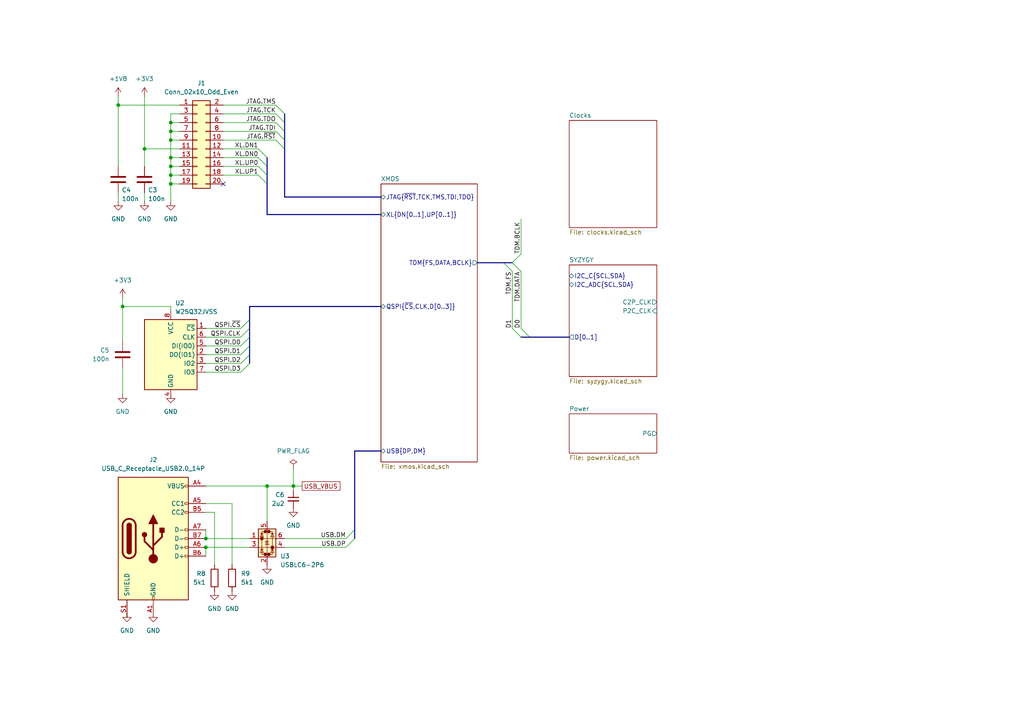
<source format=kicad_sch>
(kicad_sch (version 20231120) (generator "eeschema") (generator_version "8.0")
  (paper "A4")
  (lib_symbols
    (symbol "Connector:USB_C_Receptacle_USB2.0_14P" (pin_names (offset 1.016))
      (property "Reference" "J" (at 0 22.225 0))
      (property "Value" "USB_C_Receptacle_USB2.0_14P" (at 0 19.685 0))
      (symbol "USB_C_Receptacle_USB2.0_14P_0_0"
        (rectangle (start -0.254 -17.78) (end 0.254 -16.764))
        (rectangle (start 10.16 -4.826) (end 9.144 -5.334))
        (rectangle (start 10.16 -2.286) (end 9.144 -2.794))
        (rectangle (start 10.16 0.254) (end 9.144 -0.254))
        (rectangle (start 10.16 2.794) (end 9.144 2.286))
        (rectangle (start 10.16 7.874) (end 9.144 7.366))
        (rectangle (start 10.16 10.414) (end 9.144 9.906))
        (rectangle (start 10.16 15.494) (end 9.144 14.986))
      )
      (symbol "USB_C_Receptacle_USB2.0_14P_0_1"
        (rectangle (start -10.16 17.78) (end 10.16 -17.78) (stroke (width 0.254)) (fill (type background)))
        (arc (start -8.89 -3.81) (mid -6.985 -5.7067) (end -5.08 -3.81) (stroke (width 0.508)))
        (arc (start -7.62 -3.81) (mid -6.985 -4.4423) (end -6.35 -3.81) (stroke (width 0.254)))
        (arc (start -7.62 -3.81) (mid -6.985 -4.4423) (end -6.35 -3.81) (stroke (width 0.254)) (fill (type outline)))
        (rectangle (start -7.62 -3.81) (end -6.35 3.81) (stroke (width 0.254)) (fill (type outline)))
        (arc (start -6.35 3.81) (mid -6.985 4.4423) (end -7.62 3.81) (stroke (width 0.254)))
        (arc (start -6.35 3.81) (mid -6.985 4.4423) (end -7.62 3.81) (stroke (width 0.254)) (fill (type outline)))
        (arc (start -5.08 3.81) (mid -6.985 5.7067) (end -8.89 3.81) (stroke (width 0.508)))
        (circle (center -2.54 1.143) (radius 0.635) (stroke (width 0.254)) (fill (type outline)))
        (circle (center 0 -5.842) (radius 1.27) (fill (type outline)))
        (polyline (pts (xy -8.89 -3.81) (xy -8.89 3.81)) (stroke (width 0.508)))
        (polyline (pts (xy -5.08 3.81) (xy -5.08 -3.81)) (stroke (width 0.508)))
        (polyline (pts (xy 0 -5.842) (xy 0 4.318)) (stroke (width 0.508)))
        (polyline (pts (xy 0 -3.302) (xy -2.54 -0.762) (xy -2.54 0.508)) (stroke (width 0.508)))
        (polyline (pts (xy 0 -2.032) (xy 2.54 0.508) (xy 2.54 1.778)) (stroke (width 0.508)))
        (polyline (pts (xy -1.27 4.318) (xy 0 6.858) (xy 1.27 4.318) (xy -1.27 4.318)) (stroke (width 0.254)) (fill (type outline)))
        (rectangle (start 1.905 1.778) (end 3.175 3.048) (stroke (width 0.254)) (fill (type outline)))
      )
      (symbol "USB_C_Receptacle_USB2.0_14P_1_1"
        (pin passive line (at 0 -22.86 90) (length 5.08) (name "GND") (number "A1"))
        (pin passive line (at 0 -22.86 90) (length 5.08) hide (name "GND") (number "A12"))
        (pin passive line (at 15.24 15.24 180) (length 5.08) (name "VBUS") (number "A4"))
        (pin bidirectional line (at 15.24 10.16 180) (length 5.08) (name "CC1") (number "A5"))
        (pin bidirectional line (at 15.24 -2.54 180) (length 5.08) (name "D+") (number "A6"))
        (pin bidirectional line (at 15.24 2.54 180) (length 5.08) (name "D-") (number "A7"))
        (pin passive line (at 15.24 15.24 180) (length 5.08) hide (name "VBUS") (number "A9"))
        (pin passive line (at 0 -22.86 90) (length 5.08) hide (name "GND") (number "B1"))
        (pin passive line (at 0 -22.86 90) (length 5.08) hide (name "GND") (number "B12"))
        (pin passive line (at 15.24 15.24 180) (length 5.08) hide (name "VBUS") (number "B4"))
        (pin bidirectional line (at 15.24 7.62 180) (length 5.08) (name "CC2") (number "B5"))
        (pin bidirectional line (at 15.24 -5.08 180) (length 5.08) (name "D+") (number "B6"))
        (pin bidirectional line (at 15.24 0 180) (length 5.08) (name "D-") (number "B7"))
        (pin passive line (at 15.24 15.24 180) (length 5.08) hide (name "VBUS") (number "B9"))
        (pin passive line (at -7.62 -22.86 90) (length 5.08) (name "SHIELD") (number "S1"))
      )
    )
    (symbol "Connector_Generic:Conn_02x10_Odd_Even" (pin_names (offset 1.016) hide)
      (property "Reference" "J" (at 1.27 12.7 0))
      (property "Value" "Conn_02x10_Odd_Even" (at 1.27 -15.24 0))
      (symbol "Conn_02x10_Odd_Even_1_1"
        (rectangle (start -1.27 -12.573) (end 0 -12.827) (stroke (width 0.1524)))
        (rectangle (start -1.27 -10.033) (end 0 -10.287) (stroke (width 0.1524)))
        (rectangle (start -1.27 -7.493) (end 0 -7.747) (stroke (width 0.1524)))
        (rectangle (start -1.27 -4.953) (end 0 -5.207) (stroke (width 0.1524)))
        (rectangle (start -1.27 -2.413) (end 0 -2.667) (stroke (width 0.1524)))
        (rectangle (start -1.27 0.127) (end 0 -0.127) (stroke (width 0.1524)))
        (rectangle (start -1.27 2.667) (end 0 2.413) (stroke (width 0.1524)))
        (rectangle (start -1.27 5.207) (end 0 4.953) (stroke (width 0.1524)))
        (rectangle (start -1.27 7.747) (end 0 7.493) (stroke (width 0.1524)))
        (rectangle (start -1.27 10.287) (end 0 10.033) (stroke (width 0.1524)))
        (rectangle (start -1.27 11.43) (end 3.81 -13.97) (stroke (width 0.254)) (fill (type background)))
        (rectangle (start 3.81 -12.573) (end 2.54 -12.827) (stroke (width 0.1524)))
        (rectangle (start 3.81 -10.033) (end 2.54 -10.287) (stroke (width 0.1524)))
        (rectangle (start 3.81 -7.493) (end 2.54 -7.747) (stroke (width 0.1524)))
        (rectangle (start 3.81 -4.953) (end 2.54 -5.207) (stroke (width 0.1524)))
        (rectangle (start 3.81 -2.413) (end 2.54 -2.667) (stroke (width 0.1524)))
        (rectangle (start 3.81 0.127) (end 2.54 -0.127) (stroke (width 0.1524)))
        (rectangle (start 3.81 2.667) (end 2.54 2.413) (stroke (width 0.1524)))
        (rectangle (start 3.81 5.207) (end 2.54 4.953) (stroke (width 0.1524)))
        (rectangle (start 3.81 7.747) (end 2.54 7.493) (stroke (width 0.1524)))
        (rectangle (start 3.81 10.287) (end 2.54 10.033) (stroke (width 0.1524)))
        (pin passive line (at -5.08 10.16 0) (length 3.81) (name "Pin_1") (number "1"))
        (pin passive line (at 7.62 0 180) (length 3.81) (name "Pin_10") (number "10"))
        (pin passive line (at -5.08 -2.54 0) (length 3.81) (name "Pin_11") (number "11"))
        (pin passive line (at 7.62 -2.54 180) (length 3.81) (name "Pin_12") (number "12"))
        (pin passive line (at -5.08 -5.08 0) (length 3.81) (name "Pin_13") (number "13"))
        (pin passive line (at 7.62 -5.08 180) (length 3.81) (name "Pin_14") (number "14"))
        (pin passive line (at -5.08 -7.62 0) (length 3.81) (name "Pin_15") (number "15"))
        (pin passive line (at 7.62 -7.62 180) (length 3.81) (name "Pin_16") (number "16"))
        (pin passive line (at -5.08 -10.16 0) (length 3.81) (name "Pin_17") (number "17"))
        (pin passive line (at 7.62 -10.16 180) (length 3.81) (name "Pin_18") (number "18"))
        (pin passive line (at -5.08 -12.7 0) (length 3.81) (name "Pin_19") (number "19"))
        (pin passive line (at 7.62 10.16 180) (length 3.81) (name "Pin_2") (number "2"))
        (pin passive line (at 7.62 -12.7 180) (length 3.81) (name "Pin_20") (number "20"))
        (pin passive line (at -5.08 7.62 0) (length 3.81) (name "Pin_3") (number "3"))
        (pin passive line (at 7.62 7.62 180) (length 3.81) (name "Pin_4") (number "4"))
        (pin passive line (at -5.08 5.08 0) (length 3.81) (name "Pin_5") (number "5"))
        (pin passive line (at 7.62 5.08 180) (length 3.81) (name "Pin_6") (number "6"))
        (pin passive line (at -5.08 2.54 0) (length 3.81) (name "Pin_7") (number "7"))
        (pin passive line (at 7.62 2.54 180) (length 3.81) (name "Pin_8") (number "8"))
        (pin passive line (at -5.08 0 0) (length 3.81) (name "Pin_9") (number "9"))
      )
    )
    (symbol "Device:C" (pin_numbers hide) (pin_names (offset 0.254))
      (property "Reference" "C" (at 0.635 2.54 0))
      (property "Value" "C" (at 0.635 -2.54 0))
      (symbol "C_0_1"
        (polyline (pts (xy -2.032 -0.762) (xy 2.032 -0.762)) (stroke (width 0.508)))
        (polyline (pts (xy -2.032 0.762) (xy 2.032 0.762)) (stroke (width 0.508)))
      )
      (symbol "C_1_1"
        (pin passive line (at 0 3.81 270) (length 2.794) (name "~") (number "1"))
        (pin passive line (at 0 -3.81 90) (length 2.794) (name "~") (number "2"))
      )
    )
    (symbol "Device:C_Small" (pin_numbers hide) (pin_names (offset 0.254) hide)
      (property "Reference" "C" (at 0.254 1.778 0))
      (property "Value" "C_Small" (at 0.254 -2.032 0))
      (symbol "C_Small_0_1"
        (polyline (pts (xy -1.524 -0.508) (xy 1.524 -0.508)) (stroke (width 0.3302)))
        (polyline (pts (xy -1.524 0.508) (xy 1.524 0.508)) (stroke (width 0.3048)))
      )
      (symbol "C_Small_1_1"
        (pin passive line (at 0 2.54 270) (length 2.032) (name "~") (number "1"))
        (pin passive line (at 0 -2.54 90) (length 2.032) (name "~") (number "2"))
      )
    )
    (symbol "Device:R" (pin_numbers hide) (pin_names (offset 0))
      (property "Reference" "R" (at 2.032 0 90))
      (property "Value" "R" (at 0 0 90))
      (symbol "R_0_1"
        (rectangle (start -1.016 -2.54) (end 1.016 2.54) (stroke (width 0.254)))
      )
      (symbol "R_1_1"
        (pin passive line (at 0 3.81 270) (length 1.27) (name "~") (number "1"))
        (pin passive line (at 0 -3.81 90) (length 1.27) (name "~") (number "2"))
      )
    )
    (symbol "Memory_Flash:W25Q32JVSS"
      (property "Reference" "U" (at -6.35 11.43 0))
      (property "Value" "W25Q32JVSS" (at 7.62 11.43 0))
      (symbol "W25Q32JVSS_0_1"
        (rectangle (start -7.62 10.16) (end 7.62 -10.16) (stroke (width 0.254)) (fill (type background)))
      )
      (symbol "W25Q32JVSS_1_1"
        (pin input line (at -10.16 7.62 0) (length 2.54) (name "~{CS}") (number "1"))
        (pin bidirectional line (at -10.16 0 0) (length 2.54) (name "DO(IO1)") (number "2"))
        (pin bidirectional line (at -10.16 -2.54 0) (length 2.54) (name "IO2") (number "3"))
        (pin power_in line (at 0 -12.7 90) (length 2.54) (name "GND") (number "4"))
        (pin bidirectional line (at -10.16 2.54 0) (length 2.54) (name "DI(IO0)") (number "5"))
        (pin input line (at -10.16 5.08 0) (length 2.54) (name "CLK") (number "6"))
        (pin bidirectional line (at -10.16 -5.08 0) (length 2.54) (name "IO3") (number "7"))
        (pin power_in line (at 0 12.7 270) (length 2.54) (name "VCC") (number "8"))
      )
    )
    (symbol "Power_Protection:USBLC6-2P6" (pin_names hide)
      (property "Reference" "U" (at 0.635 5.715 0))
      (property "Value" "USBLC6-2P6" (at 0.635 3.81 0))
      (symbol "USBLC6-2P6_0_0"
        (circle (center -1.524 0) (radius 0.0001) (stroke (width 0.508)))
        (circle (center -0.508 -4.572) (radius 0.0001) (stroke (width 0.508)))
        (circle (center -0.508 2.032) (radius 0.0001) (stroke (width 0.508)))
        (circle (center 0.508 -4.572) (radius 0.0001) (stroke (width 0.508)))
        (circle (center 0.508 2.032) (radius 0.0001) (stroke (width 0.508)))
        (circle (center 1.524 -2.54) (radius 0.0001) (stroke (width 0.508)))
      )
      (symbol "USBLC6-2P6_0_1"
        (polyline (pts (xy -2.54 -2.54) (xy 2.54 -2.54)))
        (polyline (pts (xy -2.54 0) (xy 2.54 0)))
        (polyline (pts (xy -2.032 -3.048) (xy -1.016 -3.048)))
        (polyline (pts (xy -1.016 1.524) (xy -2.032 1.524)))
        (polyline (pts (xy 1.016 -3.048) (xy 2.032 -3.048)))
        (polyline (pts (xy 1.016 1.524) (xy 2.032 1.524)))
        (polyline (pts (xy -0.508 -1.143) (xy -0.508 -0.762) (xy 0.508 -0.762)))
        (polyline (pts (xy -2.032 0.508) (xy -1.016 0.508) (xy -1.524 1.524) (xy -2.032 0.508)))
        (polyline (pts (xy -1.016 -4.064) (xy -2.032 -4.064) (xy -1.524 -3.048) (xy -1.016 -4.064)))
        (polyline (pts (xy 0.508 -1.778) (xy -0.508 -1.778) (xy 0 -0.762) (xy 0.508 -1.778)))
        (polyline (pts (xy 2.032 -4.064) (xy 1.016 -4.064) (xy 1.524 -3.048) (xy 2.032 -4.064)))
        (polyline (pts (xy 2.032 0.508) (xy 1.016 0.508) (xy 1.524 1.524) (xy 2.032 0.508)))
        (polyline (pts (xy 0 2.54) (xy -0.508 2.032) (xy 0.508 2.032) (xy 0 1.524) (xy 0 -4.064) (xy -0.508 -4.572) (xy 0.508 -4.572) (xy 0 -5.08)))
      )
      (symbol "USBLC6-2P6_1_1"
        (rectangle (start -2.54 2.794) (end 2.54 -5.334) (stroke (width 0.254)) (fill (type background)))
        (polyline (pts (xy -0.508 2.032) (xy -1.524 2.032) (xy -1.524 -4.572) (xy -0.508 -4.572)))
        (polyline (pts (xy 0.508 -4.572) (xy 1.524 -4.572) (xy 1.524 2.032) (xy 0.508 2.032)))
        (pin passive line (at -5.08 0 0) (length 2.54) (name "I/O1") (number "1"))
        (pin passive line (at 0 -7.62 90) (length 2.54) (name "GND") (number "2"))
        (pin passive line (at -5.08 -2.54 0) (length 2.54) (name "I/O2") (number "3"))
        (pin passive line (at 5.08 -2.54 180) (length 2.54) (name "I/O2") (number "4"))
        (pin passive line (at 0 5.08 270) (length 2.54) (name "VBUS") (number "5"))
        (pin passive line (at 5.08 0 180) (length 2.54) (name "I/O1") (number "6"))
      )
    )
    (symbol "power:+1V8" (power) (pin_numbers hide) (pin_names (offset 0) hide)
      (property "Value" "+1V8" (at 0 3.556 0))
      (symbol "+1V8_0_1"
        (polyline (pts (xy -0.762 1.27) (xy 0 2.54)))
        (polyline (pts (xy 0 0) (xy 0 2.54)))
        (polyline (pts (xy 0 2.54) (xy 0.762 1.27)))
      )
      (symbol "+1V8_1_1"
        (pin power_in line (at 0 0 90) (length 0) (name "~") (number "1"))
      )
    )
    (symbol "power:+3V3" (power) (pin_numbers hide) (pin_names (offset 0) hide)
      (property "Value" "+3V3" (at 0 3.556 0))
      (symbol "+3V3_0_1"
        (polyline (pts (xy -0.762 1.27) (xy 0 2.54)))
        (polyline (pts (xy 0 0) (xy 0 2.54)))
        (polyline (pts (xy 0 2.54) (xy 0.762 1.27)))
      )
      (symbol "+3V3_1_1"
        (pin power_in line (at 0 0 90) (length 0) (name "~") (number "1"))
      )
    )
    (symbol "power:GND" (power) (pin_numbers hide) (pin_names (offset 0) hide)
      (property "Value" "GND" (at 0 -3.81 0))
      (symbol "GND_0_1"
        (polyline (pts (xy 0 0) (xy 0 -1.27) (xy 1.27 -1.27) (xy 0 -2.54) (xy -1.27 -1.27) (xy 0 -1.27)))
      )
      (symbol "GND_1_1"
        (pin power_in line (at 0 0 270) (length 0) (name "~") (number "1"))
      )
    )
    (symbol "power:PWR_FLAG" (power) (pin_numbers hide) (pin_names (offset 0) hide)
      (property "Value" "PWR_FLAG" (at 0 3.81 0))
      (symbol "PWR_FLAG_0_0"
        (pin power_out line (at 0 0 90) (length 0) (name "~") (number "1"))
      )
      (symbol "PWR_FLAG_0_1"
        (polyline (pts (xy 0 0) (xy 0 1.27) (xy -1.016 1.905) (xy 0 2.54) (xy 1.016 1.905) (xy 0 1.27)))
      )
    )
  )
  (junction (at 49.53 40.64))
  (junction (at 34.29 30.48))
  (junction (at 85.09 140.97))
  (junction (at 41.91 43.18))
  (junction (at 49.53 53.34))
  (junction (at 59.69 158.75))
  (junction (at 77.47 140.97))
  (junction (at 59.69 156.21))
  (junction (at 49.53 38.1))
  (junction (at 49.53 35.56))
  (junction (at 49.53 48.26))
  (junction (at 35.56 88.9))
  (junction (at 49.53 45.72))
  (junction (at 49.53 50.8))
  (no_connect (at 64.77 53.34))
  (bus_entry (at 80.01 40.64) (size 2.54 2.54))
  (bus_entry (at 74.93 43.18) (size 2.54 2.54))
  (bus_entry (at 74.93 48.26) (size 2.54 2.54))
  (bus_entry (at 151.13 95.25) (size 2.54 2.54))
  (bus_entry (at 74.93 45.72) (size 2.54 2.54))
  (bus_entry (at 148.59 76.2) (size 2.54 2.54))
  (bus_entry (at 148.59 76.2) (size 2.54 -2.54))
  (bus_entry (at 74.93 50.8) (size 2.54 2.54))
  (bus_entry (at 148.59 95.25) (size 2.54 2.54))
  (bus_entry (at 80.01 38.1) (size 2.54 2.54))
  (bus_entry (at 80.01 30.48) (size 2.54 2.54))
  (bus_entry (at 69.85 102.87) (size 2.54 -2.54))
  (bus_entry (at 69.85 100.33) (size 2.54 -2.54))
  (bus_entry (at 100.33 156.21) (size 2.54 -2.54))
  (bus_entry (at 69.85 95.25) (size 2.54 -2.54))
  (bus_entry (at 146.05 76.2) (size 2.54 2.54))
  (bus_entry (at 69.85 97.79) (size 2.54 -2.54))
  (bus_entry (at 69.85 105.41) (size 2.54 -2.54))
  (bus_entry (at 69.85 107.95) (size 2.54 -2.54))
  (bus_entry (at 100.33 158.75) (size 2.54 -2.54))
  (bus_entry (at 80.01 33.02) (size 2.54 2.54))
  (bus_entry (at 80.01 35.56) (size 2.54 2.54))
  (wire (pts (xy 80.01 33.02) (xy 64.77 33.02)))
  (wire (pts (xy 49.53 33.02) (xy 49.53 35.56)))
  (wire (pts (xy 35.56 86.36) (xy 35.56 88.9)))
  (bus (pts (xy 72.39 88.9) (xy 72.39 92.71)))
  (wire (pts (xy 41.91 27.94) (xy 41.91 43.18)))
  (bus (pts (xy 77.47 45.72) (xy 77.47 48.26)))
  (bus (pts (xy 72.39 97.79) (xy 72.39 100.33)))
  (wire (pts (xy 80.01 30.48) (xy 64.77 30.48)))
  (wire (pts (xy 74.93 45.72) (xy 64.77 45.72)))
  (wire (pts (xy 77.47 140.97) (xy 77.47 151.13)))
  (wire (pts (xy 59.69 158.75) (xy 72.39 158.75)))
  (bus (pts (xy 77.47 53.34) (xy 77.47 62.23)))
  (wire (pts (xy 59.69 100.33) (xy 69.85 100.33)))
  (wire (pts (xy 59.69 153.67) (xy 59.69 156.21)))
  (wire (pts (xy 49.53 38.1) (xy 49.53 40.64)))
  (wire (pts (xy 74.93 43.18) (xy 64.77 43.18)))
  (wire (pts (xy 59.69 95.25) (xy 69.85 95.25)))
  (bus (pts (xy 77.47 62.23) (xy 110.49 62.23)))
  (wire (pts (xy 44.45 177.8) (xy 44.45 179.07)))
  (wire (pts (xy 52.07 33.02) (xy 49.53 33.02)))
  (bus (pts (xy 153.67 97.79) (xy 165.1 97.79)))
  (wire (pts (xy 67.31 146.05) (xy 67.31 163.83)))
  (wire (pts (xy 80.01 38.1) (xy 64.77 38.1)))
  (wire (pts (xy 49.53 90.17) (xy 49.53 88.9)))
  (wire (pts (xy 85.09 135.89) (xy 85.09 140.97)))
  (wire (pts (xy 35.56 88.9) (xy 49.53 88.9)))
  (wire (pts (xy 59.69 107.95) (xy 69.85 107.95)))
  (wire (pts (xy 49.53 48.26) (xy 49.53 50.8)))
  (wire (pts (xy 59.69 146.05) (xy 67.31 146.05)))
  (wire (pts (xy 49.53 53.34) (xy 49.53 58.42)))
  (wire (pts (xy 34.29 30.48) (xy 34.29 48.26)))
  (wire (pts (xy 85.09 140.97) (xy 85.09 142.24)))
  (wire (pts (xy 49.53 50.8) (xy 52.07 50.8)))
  (wire (pts (xy 59.69 97.79) (xy 69.85 97.79)))
  (wire (pts (xy 49.53 45.72) (xy 52.07 45.72)))
  (wire (pts (xy 35.56 88.9) (xy 35.56 99.06)))
  (bus (pts (xy 82.55 40.64) (xy 82.55 43.18)))
  (bus (pts (xy 72.39 100.33) (xy 72.39 102.87)))
  (bus (pts (xy 82.55 35.56) (xy 82.55 38.1)))
  (bus (pts (xy 82.55 57.15) (xy 110.49 57.15)))
  (wire (pts (xy 49.53 50.8) (xy 49.53 53.34)))
  (wire (pts (xy 74.93 50.8) (xy 64.77 50.8)))
  (bus (pts (xy 77.47 50.8) (xy 77.47 53.34)))
  (wire (pts (xy 80.01 40.64) (xy 64.77 40.64)))
  (wire (pts (xy 59.69 102.87) (xy 69.85 102.87)))
  (wire (pts (xy 82.55 156.21) (xy 100.33 156.21)))
  (wire (pts (xy 74.93 48.26) (xy 64.77 48.26)))
  (wire (pts (xy 49.53 48.26) (xy 52.07 48.26)))
  (wire (pts (xy 59.69 105.41) (xy 69.85 105.41)))
  (wire (pts (xy 49.53 35.56) (xy 49.53 38.1)))
  (wire (pts (xy 59.69 158.75) (xy 59.69 161.29)))
  (wire (pts (xy 49.53 45.72) (xy 49.53 48.26)))
  (wire (pts (xy 41.91 55.88) (xy 41.91 58.42)))
  (wire (pts (xy 34.29 55.88) (xy 34.29 58.42)))
  (wire (pts (xy 36.83 177.8) (xy 36.83 179.07)))
  (wire (pts (xy 34.29 27.94) (xy 34.29 30.48)))
  (bus (pts (xy 151.13 97.79) (xy 153.67 97.79)))
  (bus (pts (xy 138.43 76.2) (xy 146.05 76.2)))
  (bus (pts (xy 146.05 76.2) (xy 148.59 76.2)))
  (wire (pts (xy 148.59 78.74) (xy 148.59 95.25)))
  (wire (pts (xy 49.53 38.1) (xy 52.07 38.1)))
  (wire (pts (xy 80.01 35.56) (xy 64.77 35.56)))
  (wire (pts (xy 82.55 158.75) (xy 100.33 158.75)))
  (bus (pts (xy 82.55 38.1) (xy 82.55 40.64)))
  (bus (pts (xy 72.39 102.87) (xy 72.39 105.41)))
  (bus (pts (xy 72.39 92.71) (xy 72.39 95.25)))
  (wire (pts (xy 49.53 53.34) (xy 52.07 53.34)))
  (wire (pts (xy 49.53 40.64) (xy 52.07 40.64)))
  (bus (pts (xy 102.87 130.81) (xy 102.87 153.67)))
  (wire (pts (xy 41.91 43.18) (xy 41.91 48.26)))
  (bus (pts (xy 82.55 33.02) (xy 82.55 35.56)))
  (wire (pts (xy 41.91 43.18) (xy 52.07 43.18)))
  (wire (pts (xy 35.56 106.68) (xy 35.56 114.3)))
  (wire (pts (xy 62.23 148.59) (xy 62.23 163.83)))
  (bus (pts (xy 102.87 156.21) (xy 102.87 153.67)))
  (wire (pts (xy 85.09 140.97) (xy 87.63 140.97)))
  (wire (pts (xy 49.53 40.64) (xy 49.53 45.72)))
  (wire (pts (xy 59.69 148.59) (xy 62.23 148.59)))
  (wire (pts (xy 59.69 140.97) (xy 77.47 140.97)))
  (wire (pts (xy 49.53 35.56) (xy 52.07 35.56)))
  (bus (pts (xy 77.47 48.26) (xy 77.47 50.8)))
  (bus (pts (xy 102.87 130.81) (xy 110.49 130.81)))
  (wire (pts (xy 85.09 140.97) (xy 77.47 140.97)))
  (wire (pts (xy 151.13 78.74) (xy 151.13 95.25)))
  (bus (pts (xy 110.49 88.9) (xy 72.39 88.9)))
  (bus (pts (xy 72.39 95.25) (xy 72.39 97.79)))
  (wire (pts (xy 34.29 30.48) (xy 52.07 30.48)))
  (wire (pts (xy 59.69 156.21) (xy 72.39 156.21)))
  (bus (pts (xy 82.55 43.18) (xy 82.55 57.15)))
  (wire (pts (xy 49.53 115.57) (xy 49.53 114.3)))
  (wire (pts (xy 151.13 63.5) (xy 151.13 73.66)))
  (label "XL.DN0" (at 74.93 45.72 180))
  (label "JTAG.TDO" (at 80.01 35.56 180))
  (label "XL.UP0" (at 74.93 48.26 180))
  (label "QSPI.D0" (at 69.85 100.33 180))
  (label "D1" (at 148.59 95.25 90))
  (label "TDM.DATA" (at 151.13 78.74 270))
  (label "QSPI.D2" (at 69.85 105.41 180))
  (label "JTAG.TCK" (at 80.01 33.02 180))
  (label "XL.UP1" (at 74.93 50.8 180))
  (label "QSPI.~{CS}" (at 69.85 95.25 180))
  (label "USB.DM" (at 100.33 156.21 180))
  (label "QSPI.D3" (at 69.85 107.95 180))
  (label "TDM.FS" (at 148.59 78.74 270))
  (label "QSPI.CLK" (at 69.85 97.79 180))
  (label "JTAG.TMS" (at 80.01 30.48 180))
  (label "D0" (at 151.13 95.25 90))
  (label "JTAG.TDI" (at 80.01 38.1 180))
  (label "JTAG.~{RST}" (at 80.01 40.64 180))
  (label "USB.DP" (at 100.33 158.75 180))
  (label "TDM.BCLK" (at 151.13 73.66 90))
  (label "QSPI.D1" (at 69.85 102.87 180))
  (label "XL.DN1" (at 74.93 43.18 180))
  (global_label "USB_VBUS" (shape passive) (at 87.63 140.97 0) (property "Intersheetrefs" "${INTERSHEET_REFS}" (effects (hide yes))))
  (symbol (lib_id "power:GND") (at 49.53 58.42 0) (unit 1)
    (property "Reference" "#PWR08" (effects (hide yes)))
    (property "Value" "GND" (at 49.53 63.5 0))
    (property "Description" "Power symbol creates a global label with name \"GND\" , ground" (effects (hide yes)))
  )
  (symbol (lib_id "power:GND") (at 36.83 177.8 0) (unit 1)
    (property "Reference" "#PWR015" (effects (hide yes)))
    (property "Value" "GND" (at 36.83 182.88 0))
    (property "Description" "Power symbol creates a global label with name \"GND\" , ground" (effects (hide yes)))
  )
  (symbol (lib_id "Device:C") (at 35.56 102.87 0) (unit 1)
    (property "Reference" "C5" (at 31.75 101.5999 0) (effects (justify right)))
    (property "Value" "100n" (at 31.75 104.1399 0) (effects (justify right)))
    (property "Description" "Unpolarized capacitor" (effects (hide yes)))
  )
  (symbol (lib_id "Power_Protection:USBLC6-2P6") (at 77.47 156.21 0) (unit 1)
    (property "Reference" "U3" (at 81.28 161.29 0) (effects (justify left)))
    (property "Value" "USBLC6-2P6" (at 81.28 163.83 0) (effects (justify left)))
    (property "Footprint" "Package_TO_SOT_SMD:SOT-666" (effects (hide yes)))
    (property "Datasheet" "https://www.st.com/resource/en/datasheet/usblc6-2.pdf" (effects (hide yes)))
    (property "Description" "Very low capacitance ESD protection diode, 2 data-line, SOT-666" (effects (hide yes)))
  )
  (symbol (lib_id "power:+3V3") (at 41.91 27.94 0) (unit 1)
    (property "Reference" "#PWR04" (effects (hide yes)))
    (property "Value" "+3V3" (at 41.91 22.86 0))
    (property "Description" "Power symbol creates a global label with name \"+3V3\"" (effects (hide yes)))
  )
  (symbol (lib_id "power:GND") (at 35.56 114.3 0) (unit 1)
    (property "Reference" "#PWR010" (effects (hide yes)))
    (property "Value" "GND" (at 35.56 119.38 0))
    (property "Description" "Power symbol creates a global label with name \"GND\" , ground" (effects (hide yes)))
  )
  (symbol (lib_id "power:GND") (at 49.53 114.3 0) (unit 1)
    (property "Reference" "#PWR011" (effects (hide yes)))
    (property "Value" "GND" (at 49.53 119.38 0))
    (property "Description" "Power symbol creates a global label with name \"GND\" , ground" (effects (hide yes)))
  )
  (symbol (lib_id "Device:R") (at 62.23 167.64 0) (mirror y) (unit 1)
    (property "Reference" "R8" (at 59.69 166.3699 0) (effects (justify left)))
    (property "Value" "5k1" (at 59.69 168.9099 0) (effects (justify left)))
    (property "Description" "Resistor" (effects (hide yes)))
  )
  (symbol (lib_id "power:GND") (at 77.47 163.83 0) (unit 1)
    (property "Reference" "#PWR013" (effects (hide yes)))
    (property "Value" "GND" (at 77.47 168.91 0))
    (property "Description" "Power symbol creates a global label with name \"GND\" , ground" (effects (hide yes)))
  )
  (symbol (lib_id "power:+1V8") (at 34.29 27.94 0) (unit 1)
    (property "Reference" "#PWR05" (effects (hide yes)))
    (property "Value" "+1V8" (at 34.29 22.86 0))
    (property "Description" "Power symbol creates a global label with name \"+1V8\"" (effects (hide yes)))
  )
  (symbol (lib_id "power:GND") (at 34.29 58.42 0) (unit 1)
    (property "Reference" "#PWR06" (effects (hide yes)))
    (property "Value" "GND" (at 34.29 63.5 0))
    (property "Description" "Power symbol creates a global label with name \"GND\" , ground" (effects (hide yes)))
  )
  (symbol (lib_id "power:GND") (at 85.09 147.32 0) (unit 1)
    (property "Reference" "#PWR014" (effects (hide yes)))
    (property "Value" "GND" (at 85.09 152.4 0))
    (property "Description" "Power symbol creates a global label with name \"GND\" , ground" (effects (hide yes)))
  )
  (symbol (lib_id "Connector_Generic:Conn_02x10_Odd_Even") (at 57.15 40.64 0) (unit 1)
    (property "Reference" "J1" (at 58.42 24.13 0))
    (property "Value" "Conn_02x10_Odd_Even" (at 58.42 26.67 0))
    (property "Description" "Generic connector, double row, 02x10, odd/even pin numbering scheme (row 1 odd numbers, row 2 even numbers), script generated (kicad-library-utils/schlib/autogen/connector/)" (effects (hide yes)))
  )
  (symbol (lib_id "power:GND") (at 41.91 58.42 0) (unit 1)
    (property "Reference" "#PWR07" (effects (hide yes)))
    (property "Value" "GND" (at 41.91 63.5 0))
    (property "Description" "Power symbol creates a global label with name \"GND\" , ground" (effects (hide yes)))
  )
  (symbol (lib_id "power:+3V3") (at 35.56 86.36 0) (unit 1)
    (property "Reference" "#PWR09" (effects (hide yes)))
    (property "Value" "+3V3" (at 35.56 81.28 0))
    (property "Description" "Power symbol creates a global label with name \"+3V3\"" (effects (hide yes)))
  )
  (symbol (lib_id "Device:C") (at 41.91 52.07 0) (unit 1)
    (property "Reference" "C3" (at 42.926 55.118 0) (effects (justify left)))
    (property "Value" "100n" (at 42.926 57.658 0) (effects (justify left)))
    (property "Description" "Unpolarized capacitor" (effects (hide yes)))
  )
  (symbol (lib_id "Memory_Flash:W25Q32JVSS") (at 49.53 102.87 0) (mirror y) (unit 1)
    (property "Reference" "U2" (at 50.8 87.884 0) (effects (justify right)))
    (property "Value" "W25Q32JVSS" (at 50.8 90.424 0) (effects (justify right)))
    (property "Footprint" "Package_SO:SOIC-8_5.23x5.23mm_P1.27mm" (effects (hide yes)))
    (property "Datasheet" "http://www.winbond.com/resource-files/w25q32jv%20revg%2003272018%20plus.pdf" (effects (hide yes)))
    (property "Description" "32Mb Serial Flash Memory, Standard/Dual/Quad SPI, SOIC-8" (effects (hide yes)))
  )
  (symbol (lib_id "power:GND") (at 62.23 171.45 0) (unit 1)
    (property "Reference" "#PWR016" (effects (hide yes)))
    (property "Value" "GND" (at 62.23 176.53 0))
    (property "Description" "Power symbol creates a global label with name \"GND\" , ground" (effects (hide yes)))
  )
  (symbol (lib_id "Connector:USB_C_Receptacle_USB2.0_14P") (at 44.45 156.21 0) (unit 1)
    (property "Reference" "J2" (at 44.45 133.35 0))
    (property "Value" "USB_C_Receptacle_USB2.0_14P" (at 44.45 135.89 0))
    (property "Datasheet" "https://www.usb.org/sites/default/files/documents/usb_type-c.zip" (effects (hide yes)))
    (property "Description" "USB 2.0-only 14P Type-C Receptacle connector" (effects (hide yes)))
  )
  (symbol (lib_id "Device:C_Small") (at 85.09 144.78 0) (mirror y) (unit 1)
    (property "Reference" "C6" (at 82.55 143.5162 0) (effects (justify left)))
    (property "Value" "2u2" (at 82.55 146.0562 0) (effects (justify left)))
    (property "Description" "Unpolarized capacitor, small symbol" (effects (hide yes)))
  )
  (symbol (lib_id "power:GND") (at 44.45 177.8 0) (unit 1)
    (property "Reference" "#PWR012" (effects (hide yes)))
    (property "Value" "GND" (at 44.45 182.88 0))
    (property "Description" "Power symbol creates a global label with name \"GND\" , ground" (effects (hide yes)))
  )
  (symbol (lib_id "Device:R") (at 67.31 167.64 0) (unit 1)
    (property "Reference" "R9" (at 69.85 166.3699 0) (effects (justify left)))
    (property "Value" "5k1" (at 69.85 168.9099 0) (effects (justify left)))
    (property "Description" "Resistor" (effects (hide yes)))
  )
  (symbol (lib_id "power:GND") (at 67.31 171.45 0) (unit 1)
    (property "Reference" "#PWR017" (effects (hide yes)))
    (property "Value" "GND" (at 67.31 176.53 0))
    (property "Description" "Power symbol creates a global label with name \"GND\" , ground" (effects (hide yes)))
  )
  (symbol (lib_id "power:PWR_FLAG") (at 85.09 135.89 0) (unit 1)
    (property "Reference" "#FLG01" (effects (hide yes)))
    (property "Value" "PWR_FLAG" (at 85.09 130.81 0))
    (property "Description" "Special symbol for telling ERC where power comes from" (effects (hide yes)))
  )
  (symbol (lib_id "Device:C") (at 34.29 52.07 0) (unit 1)
    (property "Reference" "C4" (at 35.306 55.118 0) (effects (justify left)))
    (property "Value" "100n" (at 35.306 57.658 0) (effects (justify left)))
    (property "Description" "Unpolarized capacitor" (effects (hide yes)))
  )
  (sheet (at 165.1 120.015) (size 25.4 11.43) (stroke (width 0.1524))
    (property "Sheetname" "Power" (at 165.1 119.3034 0) (effects (justify left bottom)))
    (property "Sheetfile" "power.kicad_sch" (at 165.1 132.0296 0) (effects (justify left top)))
    (pin "PG" output (at 190.5 125.73 0))
  )
  (sheet (at 110.49 53.34) (size 27.94 80.645) (stroke (width 0.1524))
    (property "Sheetname" "XMOS" (at 110.49 52.6284 0) (effects (justify left bottom)))
    (property "Sheetfile" "xmos.kicad_sch" (at 110.49 134.5696 0) (effects (justify left top)))
    (pin "QSPI{~{CS},CLK,D[0..3]}" bidirectional (at 110.49 88.9 180))
    (pin "JTAG{~{RST},TCK,TMS,TDI,TDO}" bidirectional (at 110.49 57.15 180))
    (pin "XL{DN[0..1],UP[0..1]}" bidirectional (at 110.49 62.23 180))
    (pin "USB{DP,DM}" bidirectional (at 110.49 130.81 180))
    (pin "TDM{FS,DATA,BCLK}" output (at 138.43 76.2 0))
  )
  (sheet (at 165.1 34.925) (size 25.4 31.115) (stroke (width 0.1524))
    (property "Sheetname" "Clocks" (at 165.1 34.2134 0) (effects (justify left bottom)))
    (property "Sheetfile" "clocks.kicad_sch" (at 165.1 66.6246 0) (effects (justify left top)))
  )
  (sheet (at 165.1 76.835) (size 25.4 32.385) (stroke (width 0.1524))
    (property "Sheetname" "SYZYGY" (at 165.1 76.1234 0) (effects (justify left bottom)))
    (property "Sheetfile" "syzygy.kicad_sch" (at 165.1 109.8046 0) (effects (justify left top)))
    (pin "I2C_C{SCL,SDA}" bidirectional (at 165.1 80.01 180))
    (pin "I2C_ADC{SCL,SDA}" bidirectional (at 165.1 82.55 180))
    (pin "C2P_CLK" output (at 190.5 87.63 0))
    (pin "P2C_CLK" input (at 190.5 90.17 0))
    (pin "D[0..1]" output (at 165.1 97.79 180))
  )
)
</source>
